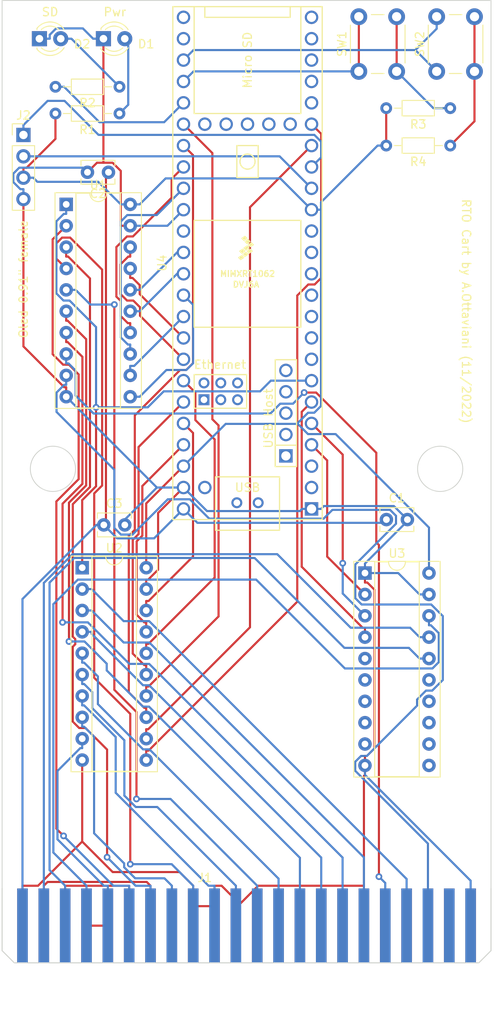
<source format=kicad_pcb>
(kicad_pcb (version 20211014) (generator pcbnew)
  (layers (0 "F.Cu" signal) (31 "B.Cu" signal) (34 "B.Paste" user) (35 "F.Paste" user) (36 "B.SilkS" user "B.Silkscreen") (37 "F.SilkS" user "F.Silkscreen") (38 "B.Mask" user) (39 "F.Mask" user) (44 "Edge.Cuts" user))
  (net 0 "")
  (net 1 "+5V")
  (net 2 "GND")
  (net 6 "d7'")
  (net 8 "d8'")
  (net 10 "d6'")
  (net 12 "d9'")
  (net 13 "d5'")
  (net 15 "d10'")
  (net 17 "d4'")
  (net 19 "d11'")
  (net 20 "d3'")
  (net 21 "d12'")
  (net 22 "d13'")
  (net 23 "d2'")
  (net 24 "d14'")
  (net 26 "d1'")
  (net 27 "Net-(J1-Pad32)")
  (net 28 "d0'")
  (net 29 "Net-(J1-Pad34)")
  (net 30 "d15'")
  (net 31 "Net-(J1-Pad36)")
  (net 32 "bdir'")
  (net 33 "bc2'")
  (net 34 "bc1'")
  (net 35 "DIR")
  (net 36 "D7")
  (net 37 "D6")
  (net 38 "D5")
  (net 39 "D4")
  (net 40 "D3")
  (net 41 "D2")
  (net 42 "D1")
  (net 43 "D0")
  (net 44 "D15")
  (net 46 "D14")
  (net 49 "D13")
  (net 50 "D12")
  (net 51 "D11")
  (net 52 "D10")
  (net 53 "D9")
  (net 54 "D8")
  (net 55 "BDIR")
  (net 56 "BC1")
  (net 57 "BC2")
  (net 58 "+3.3V")
  (net 68 "SDA")
  (net 69 "Net-(R4-Pad1)")
  (net 70 "SCL")
  (net 71 "Net-(R3-Pad1)")
  (net 106 "Net-(D1-Pad2)")
  (net 107 "Net-(D2-Pad2)")
  (net 108 "Status")
  (net 109 "BT1")
  (net 110 "BT2")
  (footprint "Resistor_THT:R_Axial_DIN0204_L3.6mm_D1.6mm_P7.62mm_Horizontal" (layer "F.Cu") (at 102.87 91.44 180)
    (fp_text reference "R1")
    (fp_text value "R220")
  )
  (footprint "Teensy:Teensy41" (layer "F.Cu") (at 118.11 109.22 90)
    (fp_text reference "U4")
    (fp_text value "Teensy4.1")
  )
  (footprint "LED_THT:LED_D3.0mm" (layer "F.Cu") (at 93.34 82.55)
    (fp_text reference "D2")
    (fp_text value "LED")
  )
  (footprint "Button_Switch_THT:SW_PUSH_6mm" (layer "F.Cu") (at 131.36 86.435 90)
    (fp_text reference "SW1")
    (fp_text value "SW_Push")
  )
  (footprint "Resistor_THT:R_Axial_DIN0204_L3.6mm_D1.6mm_P7.62mm_Horizontal" (layer "F.Cu") (at 142.24 90.805 180)
    (fp_text reference "R3")
    (fp_text value "1K")
  )
  (footprint "Button_Switch_THT:SW_PUSH_6mm" (layer "F.Cu") (at 140.625 86.435 90)
    (fp_text reference "SW2")
    (fp_text value "SW_Push")
  )
  (footprint "Connector_PinHeader_2.54mm:PinHeader_1x04_P2.54mm_Vertical" (layer "F.Cu") (at 91.44 93.99)
    (fp_text reference "J2")
    (fp_text value "Oled 0.91\" female")
  )
  (footprint "Resistor_THT:R_Axial_DIN0204_L3.6mm_D1.6mm_P7.62mm_Horizontal" (layer "F.Cu") (at 102.87 88.265 180)
    (fp_text reference "R2")
    (fp_text value "R220")
  )
  (footprint "Capacitor_THT:C_Disc_D3.8mm_W2.6mm_P2.50mm" (layer "F.Cu") (at 101.56 98.425 180)
    (fp_text reference "C2")
    (fp_text value "100nF")
  )
  (footprint "Capacitor_THT:C_Disc_D3.8mm_W2.6mm_P2.50mm" (layer "F.Cu") (at 101.005 140.335)
    (fp_text reference "C3")
    (fp_text value "100nF")
  )
  (footprint "Package_DIP:DIP-20_W7.62mm_Socket" (layer "F.Cu") (at 132.09 146.055)
    (fp_text reference "U3")
    (fp_text value "74LS245")
  )
  (footprint "Package_DIP:DIP-20_W7.62mm_Socket" (layer "F.Cu") (at 98.435 145.42)
    (fp_text reference "U2")
    (fp_text value "74LS245")
  )
  (footprint "Package_DIP:DIP-20_W7.62mm_Socket" (layer "F.Cu") (at 96.53 102.24)
    (fp_text reference "U1")
    (fp_text value "74LS245")
  )
  (footprint "Resistor_THT:R_Axial_DIN0204_L3.6mm_D1.6mm_P7.62mm_Horizontal" (layer "F.Cu") (at 142.24 95.25 180)
    (fp_text reference "R4")
    (fp_text value "1K")
  )
  (footprint "Capacitor_THT:C_Disc_D3.8mm_W2.6mm_P2.50mm" (layer "F.Cu") (at 134.64 139.7)
    (fp_text reference "C1")
    (fp_text value "100nF")
  )
  (footprint "Evan's misc parts:edge mounted 44 pin card edge connector (2x22 pin)" (layer "F.Cu") (at 88.9 183.54)
    (fp_text reference "J1")
    (fp_text value "2x22 card edge connector")
    (fp_line (start 0 7.39) (end 0 0) (layer "Edge.Cuts") (width 0.12))
    (fp_line (start 0 7.39) (end 1.45 8.84) (layer "Edge.Cuts") (width 0.12))
    (fp_line (start 56.7414 8.84) (end 1.45 8.84) (layer "Edge.Cuts") (width 0.12))
    (fp_line (start 58.1914 7.39) (end 58.1914 0) (layer "Edge.Cuts") (width 0.12))
    (fp_line (start 58.1914 7.39) (end 56.7414 8.84) (layer "Edge.Cuts") (width 0.12))
  )
  (footprint "LED_THT:LED_D3.0mm" (layer "F.Cu") (at 100.96 82.55)
    (fp_text reference "D1")
    (fp_text value "LED")
  )
  (gr_line (start 147.0914 183.54) (end 147.0914 78) (layer "Edge.Cuts") (width 0.1))
  (gr_circle (center 94.94866 133.67) (end 97.63696 133.67) (layer "Edge.Cuts") (width 0.1) (fill none))
  (gr_line (start 88.9 78) (end 147.0914 78) (layer "Edge.Cuts") (width 0.1))
  (gr_circle (center 141.04274 133.67) (end 143.73104 133.67) (layer "Edge.Cuts") (width 0.1) (fill none))
  (gr_line (start 88.9 183.54) (end 88.9 78) (layer "Edge.Cuts") (width 0.1))
  (gr_text "SD" (at 94.615 79.375) (layer "F.SilkS") (effects (font (size 1 1))))
  (gr_text "RTO Cart by A.Ottaviani (11/2022)" (at 144.145 114.935 270) (layer "F.SilkS") (effects (font (size 1 1))))
  (gr_text "Pwr" (at 102.326487 79.375) (layer "F.SilkS") (effects (font (size 1 1))))
  (segment (start 101.005 140.335) (end 101.2597 140.0803) (width 0.25) (layer "F.Cu") (net 1))
  (segment (start 101.2597 140.0803) (end 101.2597 98.7253) (width 0.25) (layer "F.Cu") (net 1))
  (segment (start 101.2597 98.7253) (end 101.56 98.425) (width 0.25) (layer "F.Cu") (net 1))
  (segment (start 100.1295 140.335) (end 91.3257 149.1388) (width 0.25) (layer "B.Cu") (net 1))
  (segment (start 106.9884 141.9316) (end 110.49 138.43) (width 0.25) (layer "B.Cu") (net 1))
  (segment (start 134.2558 140.0842) (end 134.64 139.7) (width 0.25) (layer "B.Cu") (net 1))
  (segment (start 102.6016 141.9316) (end 106.9884 141.9316) (width 0.25) (layer "B.Cu") (net 1))
  (segment (start 110.49 138.43) (end 112.1442 140.0842) (width 0.25) (layer "B.Cu") (net 1))
  (segment (start 101.005 140.335) (end 100.1295 140.335) (width 0.25) (layer "B.Cu") (net 1))
  (segment (start 91.3257 149.1388) (end 91.3257 187.96) (width 0.25) (layer "B.Cu") (net 1))
  (segment (start 112.1442 140.0842) (end 134.2558 140.0842) (width 0.25) (layer "B.Cu") (net 1))
  (segment (start 101.005 140.335) (end 102.6016 141.9316) (width 0.25) (layer "B.Cu") (net 1))
  (segment (start 111.6457 183.3274) (end 111.6457 183.2149) (width 0.25) (layer "F.Cu") (net 2))
  (segment (start 111.6457 185.6437) (end 114.1857 185.6437) (width 0.25) (layer "F.Cu") (net 2))
  (segment (start 132.09 168.915) (end 132.09 167.7899) (width 0.25) (layer "F.Cu") (net 2))
  (segment (start 131.9657 170.1644) (end 132.09 170.0401) (width 0.25) (layer "F.Cu") (net 2))
  (segment (start 107.4698 145.6532) (end 106.2881 146.8349) (width 0.25) (layer "F.Cu") (net 2))
  (segment (start 100.96 82.55) (end 100.96 83.7751) (width 0.25) (layer "F.Cu") (net 2))
  (segment (start 116.7257 187.96) (end 116.7257 187.3668) (width 0.25) (layer "F.Cu") (net 2))
  (segment (start 114.1857 187.96) (end 114.1857 185.6437) (width 0.25) (layer "F.Cu") (net 2))
  (segment (start 115.0258 183.2149) (end 114.1857 183.2149) (width 0.25) (layer "F.Cu") (net 2))
  (segment (start 131.9657 183.2149) (end 131.9657 170.1644) (width 0.25) (layer "F.Cu") (net 2))
  (segment (start 111.6457 183.2149) (end 110.0223 181.5915) (width 0.25) (layer "F.Cu") (net 2))
  (segment (start 132.3713 147.1801) (end 133.2313 148.0401) (width 0.25) (layer "F.Cu") (net 2))
  (segment (start 116.7257 186.7737) (end 116.7257 184.9148) (width 0.25) (layer "F.Cu") (net 2))
  (segment (start 96.2968 123.9749) (end 96.53 123.9749) (width 0.25) (layer "F.Cu") (net 2))
  (segment (start 133.2313 166.8817) (end 132.3231 167.7899) (width 0.25) (layer "F.Cu") (net 2))
  (segment (start 116.7257 184.9148) (end 115.0258 183.2149) (width 0.25) (layer "F.Cu") (net 2))
  (segment (start 91.3257 183.2149) (end 93.1825 183.2149) (width 0.25) (layer "F.Cu") (net 2))
  (segment (start 114.1857 185.6437) (end 114.1857 183.2149) (width 0.25) (layer "F.Cu") (net 2))
  (segment (start 110.49 135.89) (end 107.4698 138.9102) (width 0.25) (layer "F.Cu") (net 2))
  (segment (start 132.09 169.4775) (end 132.09 170.0401) (width 0.25) (layer "F.Cu") (net 2))
  (segment (start 132.3231 167.7899) (end 132.09 167.7899) (width 0.25) (layer "F.Cu") (net 2))
  (segment (start 91.44 119.1181) (end 96.2968 123.9749) (width 0.25) (layer "F.Cu") (net 2))
  (segment (start 111.6457 185.6437) (end 111.6457 183.3274) (width 0.25) (layer "F.Cu") (net 2))
  (segment (start 93.1825 183.2149) (end 98.435 177.9624) (width 0.25) (layer "F.Cu") (net 2))
  (segment (start 119.2657 187.96) (end 119.2657 183.3274) (width 0.25) (layer "F.Cu") (net 2))
  (segment (start 116.7257 187.3668) (end 116.7257 186.7737) (width 0.25) (layer "F.Cu") (net 2))
  (segment (start 102.0641 181.5915) (end 98.435 177.9624) (width 0.25) (layer "F.Cu") (net 2))
  (segment (start 132.09 169.4775) (end 132.09 168.915) (width 0.25) (layer "F.Cu") (net 2))
  (segment (start 103.0249 98.2609) (end 103.0249 104.78) (width 0.25) (layer "F.Cu") (net 2))
  (segment (start 107.4698 138.9102) (end 107.4698 145.6532) (width 0.25) (layer "F.Cu") (net 2))
  (segment (start 98.435 177.9624) (end 98.435 168.28) (width 0.25) (layer "F.Cu") (net 2))
  (segment (start 91.44 101.61) (end 91.44 119.1181) (width 0.25) (layer "F.Cu") (net 2))
  (segment (start 99.06 98.425) (end 100.1963 97.2887) (width 0.25) (layer "F.Cu") (net 2))
  (segment (start 116.7257 186.7737) (end 116.7257 185.8674) (width 0.25) (layer "F.Cu") (net 2))
  (segment (start 131.9657 183.3274) (end 131.9657 183.2149) (width 0.25) (layer "F.Cu") (net 2))
  (segment (start 121.8057 187.96) (end 121.8057 183.2149) (width 0.25) (layer "F.Cu") (net 2))
  (segment (start 133.2313 148.0401) (end 133.2313 166.8817) (width 0.25) (layer "F.Cu") (net 2))
  (segment (start 119.3782 183.2149) (end 121.8057 183.2149) (width 0.25) (layer "F.Cu") (net 2))
  (segment (start 116.7257 185.8674) (end 119.2657 183.3274) (width 0.25) (layer "F.Cu") (net 2))
  (segment (start 110.0223 181.5915) (end 102.0641 181.5915) (width 0.25) (layer "F.Cu") (net 2))
  (segment (start 106.2881 146.8349) (end 106.055 146.8349) (width 0.25) (layer "F.Cu") (net 2))
  (segment (start 102.0527 97.2887) (end 103.0249 98.2609) (width 0.25) (layer "F.Cu") (net 2))
  (segment (start 132.09 146.055) (end 132.09 147.1801) (width 0.25) (layer "F.Cu") (net 2))
  (segment (start 131.9657 187.96) (end 131.9657 183.3274) (width 0.25) (layer "F.Cu") (net 2))
  (segment (start 104.15 104.78) (end 103.0249 104.78) (width 0.25) (layer "F.Cu") (net 2))
  (segment (start 131.9657 183.2149) (end 121.8057 183.2149) (width 0.25) (layer "F.Cu") (net 2))
  (segment (start 100.96 97.2887) (end 102.0527 97.2887) (width 0.25) (layer "F.Cu") (net 2))
  (segment (start 91.3257 187.96) (end 91.3257 183.2149) (width 0.25) (layer "F.Cu") (net 2))
  (segment (start 100.1963 97.2887) (end 100.96 97.2887) (width 0.25) (layer "F.Cu") (net 2))
  (segment (start 100.96 97.2887) (end 100.96 83.7751) (width 0.25) (layer "F.Cu") (net 2))
  (segment (start 111.6457 187.96) (end 111.6457 185.6437) (width 0.25) (layer "F.Cu") (net 2))
  (segment (start 106.055 147.96) (end 106.055 146.8349) (width 0.25) (layer "F.Cu") (net 2))
  (segment (start 96.53 125.1) (end 96.53 123.9749) (width 0.25) (layer "F.Cu") (net 2))
  (segment (start 119.2657 183.3274) (end 119.3782 183.2149) (width 0.25) (layer "F.Cu") (net 2))
  (segment (start 132.09 147.1801) (end 132.3713 147.1801) (width 0.25) (layer "F.Cu") (net 2))
  (segment (start 137.14 139.7) (end 137.14 139.8799) (width 0.25) (layer "B.Cu") (net 2))
  (segment (start 108.58 104.78) (end 110.49 102.87) (width 0.25) (layer "B.Cu") (net 2))
  (segment (start 125.73 138.43) (end 124.6049 138.43) (width 0.25) (layer "B.Cu") (net 2))
  (segment (start 107.3199 135.8899) (end 103.505 139.7048) (width 0.25) (layer "B.Cu") (net 2))
  (segment (start 95.3307 81.3249) (end 94.5651 82.0905) (width 0.25) (layer "B.Cu") (net 2))
  (segment (start 96.53 125.1) (end 107.3199 135.8899) (width 0.25) (layer "B.Cu") (net 2))
  (segment (start 94.5651 82.0905) (end 94.5651 82.55) (width 0.25) (layer "B.Cu") (net 2))
  (segment (start 110.49 135.8899) (end 110.49 135.89) (width 0.25) (layer "B.Cu") (net 2))
  (segment (start 136.0449 146.055) (end 132.09 146.055) (width 0.25) (layer "B.Cu") (net 2))
  (segment (start 98.5098 81.3249) (end 95.3307 81.3249) (width 0.25) (layer "B.Cu") (net 2))
  (segment (start 137.14 139.8799) (end 132.09 144.9299) (width 0.25) (layer "B.Cu") (net 2))
  (segment (start 91.44 101.61) (end 91.44 100.4349) (width 0.25) (layer "B.Cu") (net 2))
  (segment (start 99.7349 82.55) (end 98.5098 81.3249) (width 0.25) (layer "B.Cu") (net 2))
  (segment (start 132.09 146.055) (end 132.09 144.9299) (width 0.25) (layer "B.Cu") (net 2))
  (segment (start 91.0747 100.4349) (end 91.44 100.4349) (width 0.25) (layer "B.Cu") (net 2))
  (segment (start 144.6657 187.96) (end 144.6657 182.6158) (width 0.25) (layer "B.Cu") (net 2))
  (segment (start 99.06 98.425) (end 98.5131 97.8781) (width 0.25) (layer "B.Cu") (net 2))
  (segment (start 135.5324 138.0924) (end 127.1927 138.0924) (width 0.25) (layer "B.Cu") (net 2))
  (segment (start 107.3199 135.8899) (end 110.49 135.8899) (width 0.25) (layer "B.Cu") (net 2))
  (segment (start 104.15 104.78) (end 108.58 104.78) (width 0.25) (layer "B.Cu") (net 2))
  (segment (start 137.14 139.7) (end 135.5324 138.0924) (width 0.25) (layer "B.Cu") (net 2))
  (segment (start 103.505 139.7048) (end 103.505 140.335) (width 0.25) (layer "B.Cu") (net 2))
  (segment (start 144.6657 182.6158) (end 132.09 170.0401) (width 0.25) (layer "B.Cu") (net 2))
  (segment (start 100.96 82.55) (end 99.7349 82.55) (width 0.25) (layer "B.Cu") (net 2))
  (segment (start 125.73 138.43) (end 126.8551 138.43) (width 0.25) (layer "B.Cu") (net 2))
  (segment (start 93.34 82.55) (end 94.5651 82.55) (width 0.25) (layer "B.Cu") (net 2))
  (segment (start 127.1927 138.0924) (end 126.8551 138.43) (width 0.25) (layer "B.Cu") (net 2))
  (segment (start 90.2376 98.5819) (end 90.2376 99.5978) (width 0.25) (layer "B.Cu") (net 2))
  (segment (start 138.5849 148.595) (end 136.0449 146.055) (width 0.25) (layer "B.Cu") (net 2))
  (segment (start 110.49 135.89) (end 113.2874 138.6874) (width 0.25) (layer "B.Cu") (net 2))
  (segment (start 124.3475 138.6874) (end 124.6049 138.43) (width 0.25) (layer "B.Cu") (net 2))
  (segment (start 90.9414 97.8781) (end 90.2376 98.5819) (width 0.25) (layer "B.Cu") (net 2))
  (segment (start 132.09 168.915) (end 132.09 170.0401) (width 0.25) (layer "B.Cu") (net 2))
  (segment (start 139.71 148.595) (end 138.5849 148.595) (width 0.25) (layer "B.Cu") (net 2))
  (segment (start 113.2874 138.6874) (end 124.3475 138.6874) (width 0.25) (layer "B.Cu") (net 2))
  (segment (start 90.2376 99.5978) (end 91.0747 100.4349) (width 0.25) (layer "B.Cu") (net 2))
  (segment (start 98.5131 97.8781) (end 90.9414 97.8781) (width 0.25) (layer "B.Cu") (net 2))
  (segment (start 96.53 122.56) (end 96.53 123.6851) (width 0.25) (layer "B.Cu") (net 6))
  (segment (start 95.3805 124.6014) (end 96.2968 123.6851) (width 0.25) (layer "B.Cu") (net 6))
  (segment (start 130.9402 149.0415) (end 130.9402 145.0381) (width 0.25) (layer "B.Cu") (net 6))
  (segment (start 140.0942 160.025) (end 141.3549 158.7643) (width 0.25) (layer "B.Cu") (net 6))
  (segment (start 135.0752 138.5425) (end 128.2152 138.5425) (width 0.25) (layer "B.Cu") (net 6))
  (segment (start 135.7843 140.194) (end 135.7843 139.2516) (width 0.25) (layer "B.Cu") (net 6))
  (segment (start 141.3549 151.167) (end 139.979 149.7911) (width 0.25) (layer "B.Cu") (net 6))
  (segment (start 138.2913 161.0868) (end 139.3531 160.025) (width 0.25) (layer "B.Cu") (net 6))
  (segment (start 139.5857 187.96) (end 139.5857 178.2106) (width 0.25) (layer "B.Cu") (net 6))
  (segment (start 103.0442 141.4815) (end 102.255 140.6923) (width 0.25) (layer "B.Cu") (net 6))
  (segment (start 108.6175 137.2906) (end 104.4266 141.4815) (width 0.25) (layer "B.Cu") (net 6))
  (segment (start 139.979 149.7911) (end 131.6898 149.7911) (width 0.25) (layer "B.Cu") (net 6))
  (segment (start 130.9323 168.4813) (end 131.6238 167.7898) (width 0.25) (layer "B.Cu") (net 6))
  (segment (start 139.3531 160.025) (end 140.0942 160.025) (width 0.25) (layer "B.Cu") (net 6))
  (segment (start 130.9402 145.0381) (end 135.7843 140.194) (width 0.25) (layer "B.Cu") (net 6))
  (segment (start 104.4266 141.4815) (end 103.0442 141.4815) (width 0.25) (layer "B.Cu") (net 6))
  (segment (start 96.2968 123.6851) (end 96.53 123.6851) (width 0.25) (layer "B.Cu") (net 6))
  (segment (start 102.255 133.7781) (end 95.3805 126.9036) (width 0.25) (layer "B.Cu") (net 6))
  (segment (start 127.1702 139.5875) (end 113.5508 139.5875) (width 0.25) (layer "B.Cu") (net 6))
  (segment (start 131.6238 167.7898) (end 132.3176 167.7898) (width 0.25) (layer "B.Cu") (net 6))
  (segment (start 139.5857 178.2106) (end 130.9323 169.5572) (width 0.25) (layer "B.Cu") (net 6))
  (segment (start 113.5508 139.5875) (end 111.2539 137.2906) (width 0.25) (layer "B.Cu") (net 6))
  (segment (start 111.2539 137.2906) (end 108.6175 137.2906) (width 0.25) (layer "B.Cu") (net 6))
  (segment (start 135.7843 139.2516) (end 135.0752 138.5425) (width 0.25) (layer "B.Cu") (net 6))
  (segment (start 131.6898 149.7911) (end 130.9402 149.0415) (width 0.25) (layer "B.Cu") (net 6))
  (segment (start 130.9323 169.5572) (end 130.9323 168.4813) (width 0.25) (layer "B.Cu") (net 6))
  (segment (start 128.2152 138.5425) (end 127.1702 139.5875) (width 0.25) (layer "B.Cu") (net 6))
  (segment (start 132.3176 167.7898) (end 138.2913 161.8161) (width 0.25) (layer "B.Cu") (net 6))
  (segment (start 102.255 140.6923) (end 102.255 133.7781) (width 0.25) (layer "B.Cu") (net 6))
  (segment (start 95.3805 126.9036) (end 95.3805 124.6014) (width 0.25) (layer "B.Cu") (net 6))
  (segment (start 141.3549 158.7643) (end 141.3549 151.167) (width 0.25) (layer "B.Cu") (net 6))
  (segment (start 138.2913 161.8161) (end 138.2913 161.0868) (width 0.25) (layer "B.Cu") (net 6))
  (segment (start 137.0457 182.4089) (end 106.4068 151.77) (width 0.25) (layer "B.Cu") (net 8))
  (segment (start 137.0457 187.96) (end 137.0457 182.4089) (width 0.25) (layer "B.Cu") (net 8))
  (segment (start 103.3701 151.77) (end 99.5601 147.96) (width 0.25) (layer "B.Cu") (net 8))
  (segment (start 98.435 147.96) (end 99.5601 147.96) (width 0.25) (layer "B.Cu") (net 8))
  (segment (start 106.4068 151.77) (end 103.3701 151.77) (width 0.25) (layer "B.Cu") (net 8))
  (segment (start 133.7503 142.7178) (end 133.7503 182.1352) (width 0.25) (layer "F.Cu") (net 10))
  (segment (start 133.4401 131.7615) (end 133.4401 142.4076) (width 0.25) (layer "F.Cu") (net 10))
  (segment (start 126.2816 124.603) (end 133.4401 131.7615) (width 0.25) (layer "F.Cu") (net 10))
  (segment (start 124.853 124.603) (end 126.2816 124.603) (width 0.25) (layer "F.Cu") (net 10))
  (segment (start 133.4401 142.4076) (end 133.7503 142.7178) (width 0.25) (layer "F.Cu") (net 10))
  (via (at 133.7503 182.1352) (size 0.8) (drill 0.4) (layers "F.Cu" "B.Cu") (net 10))
  (via (at 124.853 124.603) (size 0.8) (drill 0.4) (layers "F.Cu" "B.Cu") (net 10))
  (segment (start 134.5057 182.8906) (end 134.5057 187.96) (width 0.25) (layer "B.Cu") (net 10))
  (segment (start 96.8114 121.1451) (end 97.6551 121.9888) (width 0.25) (layer "B.Cu") (net 10))
  (segment (start 97.6551 124.9677) (end 99.7816 127.0942) (width 0.25) (layer "B.Cu") (net 10))
  (segment (start 96.53 121.1451) (end 96.8114 121.1451) (width 0.25) (layer "B.Cu") (net 10))
  (segment (start 120.8358 127.0942) (end 122.0044 125.9256) (width 0.25) (layer "B.Cu") (net 10))
  (segment (start 99.7816 127.0942) (end 120.8358 127.0942) (width 0.25) (layer "B.Cu") (net 10))
  (segment (start 96.53 120.02) (end 96.53 121.1451) (width 0.25) (layer "B.Cu") (net 10))
  (segment (start 123.5304 125.9256) (end 124.853 124.603) (width 0.25) (layer "B.Cu") (net 10))
  (segment (start 97.6551 121.9888) (end 97.6551 124.9677) (width 0.25) (layer "B.Cu") (net 10))
  (segment (start 133.7503 182.1352) (end 134.5057 182.8906) (width 0.25) (layer "B.Cu") (net 10))
  (segment (start 122.0044 125.9256) (end 123.5304 125.9256) (width 0.25) (layer "B.Cu") (net 10))
  (segment (start 98.435 150.5) (end 99.5601 150.5) (width 0.25) (layer "B.Cu") (net 12))
  (segment (start 131.9657 179.8511) (end 131.9657 187.96) (width 0.25) (layer "B.Cu") (net 12))
  (segment (start 99.5601 150.5) (end 103.3701 154.31) (width 0.25) (layer "B.Cu") (net 12))
  (segment (start 103.3701 154.31) (end 106.4246 154.31) (width 0.25) (layer "B.Cu") (net 12))
  (segment (start 106.4246 154.31) (end 131.9657 179.8511) (width 0.25) (layer "B.Cu") (net 12))
  (segment (start 98.4591 120.3578) (end 96.7064 118.6051) (width 0.25) (layer "F.Cu") (net 13))
  (segment (start 96.0964 151.9148) (end 96.0964 137.8157) (width 0.25) (layer "F.Cu") (net 13))
  (segment (start 96.0964 137.8157) (end 98.4591 135.453) (width 0.25) (layer "F.Cu") (net 13))
  (segment (start 98.4591 135.453) (end 98.4591 120.3578) (width 0.25) (layer "F.Cu") (net 13))
  (segment (start 96.7064 118.6051) (end 96.53 118.6051) (width 0.25) (layer "F.Cu") (net 13))
  (segment (start 96.53 117.48) (end 96.53 118.6051) (width 0.25) (layer "F.Cu") (net 13))
  (via (at 96.0964 151.9148) (size 0.8) (drill 0.4) (layers "F.Cu" "B.Cu") (net 13))
  (segment (start 129.4257 179.8695) (end 129.4257 187.96) (width 0.25) (layer "B.Cu") (net 13))
  (segment (start 106.4062 156.85) (end 129.4257 179.8695) (width 0.25) (layer "B.Cu") (net 13))
  (segment (start 99.1098 151.9148) (end 104.045 156.85) (width 0.25) (layer "B.Cu") (net 13))
  (segment (start 104.045 156.85) (end 106.4062 156.85) (width 0.25) (layer "B.Cu") (net 13))
  (segment (start 96.0964 151.9148) (end 99.1098 151.9148) (width 0.25) (layer "B.Cu") (net 13))
  (segment (start 99.5601 153.2732) (end 105.6769 159.39) (width 0.25) (layer "B.Cu") (net 15))
  (segment (start 105.6769 159.39) (end 106.4036 159.39) (width 0.25) (layer "B.Cu") (net 15))
  (segment (start 99.5601 153.04) (end 99.5601 153.2732) (width 0.25) (layer "B.Cu") (net 15))
  (segment (start 106.4036 159.39) (end 126.8857 179.8721) (width 0.25) (layer "B.Cu") (net 15))
  (segment (start 126.8857 179.8721) (end 126.8857 187.96) (width 0.25) (layer "B.Cu") (net 15))
  (segment (start 98.435 153.04) (end 99.5601 153.04) (width 0.25) (layer "B.Cu") (net 15))
  (segment (start 98.9092 118.2679) (end 96.7064 116.0651) (width 0.25) (layer "F.Cu") (net 17))
  (segment (start 96.7064 116.0651) (end 96.53 116.0651) (width 0.25) (layer "F.Cu") (net 17))
  (segment (start 96.8596 137.6891) (end 98.9092 135.6395) (width 0.25) (layer "F.Cu") (net 17))
  (segment (start 96.53 114.94) (end 96.53 116.0651) (width 0.25) (layer "F.Cu") (net 17))
  (segment (start 98.9092 135.6395) (end 98.9092 118.2679) (width 0.25) (layer "F.Cu") (net 17))
  (segment (start 96.8596 154.1864) (end 96.8596 137.6891) (width 0.25) (layer "F.Cu") (net 17))
  (via (at 96.8596 154.1864) (size 0.8) (drill 0.4) (layers "F.Cu" "B.Cu") (net 17))
  (segment (start 101.3501 157.624) (end 105.6561 161.93) (width 0.25) (layer "B.Cu") (net 17))
  (segment (start 98.7096 154.1864) (end 101.3501 156.8269) (width 0.25) (layer "B.Cu") (net 17))
  (segment (start 124.3457 179.8933) (end 124.3457 187.96) (width 0.25) (layer "B.Cu") (net 17))
  (segment (start 105.6561 161.93) (end 106.3824 161.93) (width 0.25) (layer "B.Cu") (net 17))
  (segment (start 101.3501 156.8269) (end 101.3501 157.624) (width 0.25) (layer "B.Cu") (net 17))
  (segment (start 96.8596 154.1864) (end 98.7096 154.1864) (width 0.25) (layer "B.Cu") (net 17))
  (segment (start 106.3824 161.93) (end 124.3457 179.8933) (width 0.25) (layer "B.Cu") (net 17))
  (segment (start 100.2999 161.6242) (end 100.2999 158.3369) (width 0.25) (layer "B.Cu") (net 19))
  (segment (start 98.6681 156.7051) (end 98.435 156.7051) (width 0.25) (layer "B.Cu") (net 19))
  (segment (start 121.8057 187.96) (end 121.8057 182.3741) (width 0.25) (layer "B.Cu") (net 19))
  (segment (start 98.435 155.58) (end 98.435 156.7051) (width 0.25) (layer "B.Cu") (net 19))
  (segment (start 100.2999 158.3369) (end 98.6681 156.7051) (width 0.25) (layer "B.Cu") (net 19))
  (segment (start 106.4416 167.01) (end 105.6857 167.01) (width 0.25) (layer "B.Cu") (net 19))
  (segment (start 105.6857 167.01) (end 100.2999 161.6242) (width 0.25) (layer "B.Cu") (net 19))
  (segment (start 121.8057 182.3741) (end 106.4416 167.01) (width 0.25) (layer "B.Cu") (net 19))
  (segment (start 102.2604 159.9323) (end 102.2604 114.1438) (width 0.25) (layer "F.Cu") (net 20))
  (segment (start 104.8938 162.5657) (end 102.2604 159.9323) (width 0.25) (layer "F.Cu") (net 20))
  (segment (start 104.8938 172.9013) (end 104.8938 162.5657) (width 0.25) (layer "F.Cu") (net 20))
  (via (at 102.2604 114.1438) (size 0.8) (drill 0.4) (layers "F.Cu" "B.Cu") (net 20))
  (via (at 104.8938 172.9013) (size 0.8) (drill 0.4) (layers "F.Cu" "B.Cu") (net 20))
  (segment (start 96.53 112.4) (end 97.6551 112.4) (width 0.25) (layer "B.Cu") (net 20))
  (segment (start 108.9521 172.9013) (end 104.8938 172.9013) (width 0.25) (layer "B.Cu") (net 20))
  (segment (start 119.2657 183.2149) (end 108.9521 172.9013) (width 0.25) (layer "B.Cu") (net 20))
  (segment (start 99.3989 114.1438) (end 102.2604 114.1438) (width 0.25) (layer "B.Cu") (net 20))
  (segment (start 119.2657 187.96) (end 119.2657 183.2149) (width 0.25) (layer "B.Cu") (net 20))
  (segment (start 97.6551 112.4) (end 99.3989 114.1438) (width 0.25) (layer "B.Cu") (net 20))
  (segment (start 104.8099 173.8583) (end 103.4532 172.5016) (width 0.25) (layer "B.Cu") (net 21))
  (segment (start 99.6248 160.2018) (end 98.6681 159.2451) (width 0.25) (layer "B.Cu") (net 21))
  (segment (start 99.6248 162.105) (end 99.6248 160.2018) (width 0.25) (layer "B.Cu") (net 21))
  (segment (start 98.435 158.12) (end 98.435 159.2451) (width 0.25) (layer "B.Cu") (net 21))
  (segment (start 98.6681 159.2451) (end 98.435 159.2451) (width 0.25) (layer "B.Cu") (net 21))
  (segment (start 107.3691 173.8583) (end 104.8099 173.8583) (width 0.25) (layer "B.Cu") (net 21))
  (segment (start 103.4532 172.5016) (end 103.4532 165.9334) (width 0.25) (layer "B.Cu") (net 21))
  (segment (start 103.4532 165.9334) (end 99.6248 162.105) (width 0.25) (layer "B.Cu") (net 21))
  (segment (start 116.7257 187.96) (end 116.7257 183.2149) (width 0.25) (layer "B.Cu") (net 21))
  (segment (start 116.7257 183.2149) (end 107.3691 173.8583) (width 0.25) (layer "B.Cu") (net 21))
  (segment (start 114.1857 187.96) (end 114.1857 183.2149) (width 0.25) (layer "B.Cu") (net 22))
  (segment (start 98.435 161.7851) (end 98.6681 161.7851) (width 0.25) (layer "B.Cu") (net 22))
  (segment (start 98.435 160.66) (end 98.435 161.7851) (width 0.25) (layer "B.Cu") (net 22))
  (segment (start 102.4195 165.5365) (end 102.4195 172.1652) (width 0.25) (layer "B.Cu") (net 22))
  (segment (start 102.4195 172.1652) (end 113.4692 183.2149) (width 0.25) (layer "B.Cu") (net 22))
  (segment (start 113.4692 183.2149) (end 114.1857 183.2149) (width 0.25) (layer "B.Cu") (net 22))
  (segment (start 98.6681 161.7851) (end 102.4195 165.5365) (width 0.25) (layer "B.Cu") (net 22))
  (segment (start 96.0424 106.1883) (end 95.3667 106.864) (width 0.25) (layer "F.Cu") (net 23))
  (segment (start 95.3667 106.864) (end 95.3667 108.6967) (width 0.25) (layer "F.Cu") (net 23))
  (segment (start 99.8669 158.5072) (end 99.8669 136.5916) (width 0.25) (layer "F.Cu") (net 23))
  (segment (start 96.9993 106.1883) (end 96.0424 106.1883) (width 0.25) (layer "F.Cu") (net 23))
  (segment (start 104.1556 162.7959) (end 99.8669 158.5072) (width 0.25) (layer "F.Cu") (net 23))
  (segment (start 100.8096 109.9986) (end 96.9993 106.1883) (width 0.25) (layer "F.Cu") (net 23))
  (segment (start 99.8669 136.5916) (end 100.8096 135.6489) (width 0.25) (layer "F.Cu") (net 23))
  (segment (start 100.8096 135.6489) (end 100.8096 109.9986) (width 0.25) (layer "F.Cu") (net 23))
  (segment (start 104.1556 180.6535) (end 104.1556 162.7959) (width 0.25) (layer "F.Cu") (net 23))
  (segment (start 95.3667 108.6967) (end 96.53 109.86) (width 0.25) (layer "F.Cu") (net 23))
  (via (at 104.1556 180.6535) (size 0.8) (drill 0.4) (layers "F.Cu" "B.Cu") (net 23))
  (segment (start 109.0843 180.6535) (end 104.1556 180.6535) (width 0.25) (layer "B.Cu") (net 23))
  (segment (start 111.6457 187.96) (end 111.6457 183.2149) (width 0.25) (layer "B.Cu") (net 23))
  (segment (start 111.6457 183.2149) (end 109.0843 180.6535) (width 0.25) (layer "B.Cu") (net 23))
  (segment (start 108.2252 182.3344) (end 104.7436 182.3344) (width 0.25) (layer "B.Cu") (net 24))
  (segment (start 109.1057 187.96) (end 109.1057 183.2149) (width 0.25) (layer "B.Cu") (net 24))
  (segment (start 103.4304 181.0212) (end 103.4304 180.5606) (width 0.25) (layer "B.Cu") (net 24))
  (segment (start 104.7436 182.3344) (end 103.4304 181.0212) (width 0.25) (layer "B.Cu") (net 24))
  (segment (start 99.8498 176.98) (end 99.8498 165.5068) (width 0.25) (layer "B.Cu") (net 24))
  (segment (start 98.435 163.2) (end 98.435 164.3251) (width 0.25) (layer "B.Cu") (net 24))
  (segment (start 103.4304 180.5606) (end 99.8498 176.98) (width 0.25) (layer "B.Cu") (net 24))
  (segment (start 109.1057 183.2149) (end 108.2252 182.3344) (width 0.25) (layer "B.Cu") (net 24))
  (segment (start 99.8498 165.5068) (end 98.6681 164.3251) (width 0.25) (layer "B.Cu") (net 24))
  (segment (start 98.6681 164.3251) (end 98.435 164.3251) (width 0.25) (layer "B.Cu") (net 24))
  (segment (start 97.6103 154.5124) (end 97.6103 153.9116) (width 0.25) (layer "F.Cu") (net 26))
  (segment (start 101.3982 167.036) (end 98.8322 164.47) (width 0.25) (layer "F.Cu") (net 26))
  (segment (start 97.3098 154.8129) (end 97.6103 154.5124) (width 0.25) (layer "F.Cu") (net 26))
  (segment (start 96.53 107.32) (end 96.53 108.4451) (width 0.25) (layer "F.Cu") (net 26))
  (segment (start 99.3593 135.826) (end 99.3593 111.0413) (width 0.25) (layer "F.Cu") (net 26))
  (segment (start 101.3982 179.8247) (end 101.3982 167.036) (width 0.25) (layer "F.Cu") (net 26))
  (segment (start 98.8322 164.47) (end 98.0709 164.47) (width 0.25) (layer "F.Cu") (net 26))
  (segment (start 97.3098 163.7089) (end 97.3098 154.8129) (width 0.25) (layer "F.Cu") (net 26))
  (segment (start 97.3098 153.6111) (end 97.3098 137.8755) (width 0.25) (layer "F.Cu") (net 26))
  (segment (start 97.3098 137.8755) (end 99.3593 135.826) (width 0.25) (layer "F.Cu") (net 26))
  (segment (start 99.3593 111.0413) (end 96.7631 108.4451) (width 0.25) (layer "F.Cu") (net 26))
  (segment (start 98.0709 164.47) (end 97.3098 163.7089) (width 0.25) (layer "F.Cu") (net 26))
  (segment (start 97.6103 153.9116) (end 97.3098 153.6111) (width 0.25) (layer "F.Cu") (net 26))
  (segment (start 96.7631 108.4451) (end 96.53 108.4451) (width 0.25) (layer "F.Cu") (net 26))
  (via (at 101.3982 179.8247) (size 0.8) (drill 0.4) (layers "F.Cu" "B.Cu") (net 26))
  (segment (start 106.5657 183.2149) (end 104.7884 183.2149) (width 0.25) (layer "B.Cu") (net 26))
  (segment (start 106.5657 187.96) (end 106.5657 183.2149) (width 0.25) (layer "B.Cu") (net 26))
  (segment (start 104.7884 183.2149) (end 101.3982 179.8247) (width 0.25) (layer "B.Cu") (net 26))
  (segment (start 93.8657 183.2149) (end 94.3158 182.7648) (width 0.25) (layer "F.Cu") (net 27))
  (segment (start 93.8657 187.96) (end 93.8657 183.2149) (width 0.25) (layer "F.Cu") (net 27))
  (segment (start 106.1156 182.7648) (end 106.5657 183.2149) (width 0.25) (layer "F.Cu") (net 27))
  (segment (start 106.5657 187.96) (end 106.5657 183.2149) (width 0.25) (layer "F.Cu") (net 27))
  (segment (start 94.3158 182.7648) (end 106.1156 182.7648) (width 0.25) (layer "F.Cu") (net 27))
  (segment (start 95.3586 176.4322) (end 96.2171 177.2907) (width 0.25) (layer "F.Cu") (net 28))
  (segment (start 94.9165 120.0455) (end 96.1607 121.2897) (width 0.25) (layer "F.Cu") (net 28))
  (segment (start 98.009 134.8984) (end 95.3586 137.5488) (width 0.25) (layer "F.Cu") (net 28))
  (segment (start 94.9165 106.3935) (end 94.9165 120.0455) (width 0.25) (layer "F.Cu") (net 28))
  (segment (start 98.009 122.4448) (end 98.009 134.8984) (width 0.25) (layer "F.Cu") (net 28))
  (segment (start 96.53 104.78) (end 94.9165 106.3935) (width 0.25) (layer "F.Cu") (net 28))
  (segment (start 96.1607 121.2897) (end 96.8539 121.2897) (width 0.25) (layer "F.Cu") (net 28))
  (segment (start 95.3586 137.5488) (end 95.3586 176.4322) (width 0.25) (layer "F.Cu") (net 28))
  (segment (start 96.8539 121.2897) (end 98.009 122.4448) (width 0.25) (layer "F.Cu") (net 28))
  (via (at 96.2171 177.2907) (size 0.8) (drill 0.4) (layers "F.Cu" "B.Cu") (net 28))
  (segment (start 104.0257 187.96) (end 104.0257 183.2149) (width 0.25) (layer "B.Cu") (net 28))
  (segment (start 102.1413 183.2149) (end 96.2171 177.2907) (width 0.25) (layer "B.Cu") (net 28))
  (segment (start 104.0257 183.2149) (end 102.1413 183.2149) (width 0.25) (layer "B.Cu") (net 28))
  (segment (start 104.0257 187.96) (end 104.0257 183.2149) (width 0.25) (layer "F.Cu") (net 29))
  (segment (start 96.4057 187.96) (end 96.4057 183.2149) (width 0.25) (layer "F.Cu") (net 29))
  (segment (start 96.4057 183.2149) (end 104.0257 183.2149) (width 0.25) (layer "F.Cu") (net 29))
  (segment (start 101.0057 183.2149) (end 95.4919 177.7011) (width 0.25) (layer "B.Cu") (net 30))
  (segment (start 101.4857 187.96) (end 101.4857 183.2149) (width 0.25) (layer "B.Cu") (net 30))
  (segment (start 98.435 165.74) (end 98.435 166.8651) (width 0.25) (layer "B.Cu") (net 30))
  (segment (start 95.4919 169.575) (end 98.2018 166.8651) (width 0.25) (layer "B.Cu") (net 30))
  (segment (start 95.4919 177.7011) (end 95.4919 169.575) (width 0.25) (layer "B.Cu") (net 30))
  (segment (start 101.4857 183.2149) (end 101.0057 183.2149) (width 0.25) (layer "B.Cu") (net 30))
  (segment (start 98.2018 166.8651) (end 98.435 166.8651) (width 0.25) (layer "B.Cu") (net 30))
  (segment (start 98.9457 187.96) (end 101.4857 187.96) (width 0.25) (layer "F.Cu") (net 31))
  (segment (start 140.1238 157.3937) (end 140.8745 156.643) (width 0.25) (layer "B.Cu") (net 32))
  (segment (start 139.9431 152.2601) (end 139.71 152.2601) (width 0.25) (layer "B.Cu") (net 32))
  (segment (start 139.71 151.135) (end 139.71 152.2601) (width 0.25) (layer "B.Cu") (net 32))
  (segment (start 97.9176 146.8341) (end 119.138 146.8341) (width 0.25) (layer "B.Cu") (net 32))
  (segment (start 129.6976 157.3937) (end 140.1238 157.3937) (width 0.25) (layer "B.Cu") (net 32))
  (segment (start 98.9457 183.2149) (end 95.0033 179.2725) (width 0.25) (layer "B.Cu") (net 32))
  (segment (start 95.0033 149.7484) (end 97.9176 146.8341) (width 0.25) (layer "B.Cu") (net 32))
  (segment (start 140.8745 156.643) (end 140.8745 153.1915) (width 0.25) (layer "B.Cu") (net 32))
  (segment (start 98.9457 187.96) (end 98.9457 183.2149) (width 0.25) (layer "B.Cu") (net 32))
  (segment (start 140.8745 153.1915) (end 139.9431 152.2601) (width 0.25) (layer "B.Cu") (net 32))
  (segment (start 95.0033 179.2725) (end 95.0033 149.7484) (width 0.25) (layer "B.Cu") (net 32))
  (segment (start 119.138 146.8341) (end 129.6976 157.3937) (width 0.25) (layer "B.Cu") (net 32))
  (segment (start 94.5489 181.3581) (end 94.5489 147.1888) (width 0.25) (layer "B.Cu") (net 33))
  (segment (start 137.3149 154.945) (end 138.5849 156.215) (width 0.25) (layer "B.Cu") (net 33))
  (segment (start 139.71 156.215) (end 138.5849 156.215) (width 0.25) (layer "B.Cu") (net 33))
  (segment (start 96.4057 187.96) (end 96.4057 183.2149) (width 0.25) (layer "B.Cu") (net 33))
  (segment (start 97.474 144.2637) (end 118.9591 144.2637) (width 0.25) (layer "B.Cu") (net 33))
  (segment (start 129.6404 154.945) (end 137.3149 154.945) (width 0.25) (layer "B.Cu") (net 33))
  (segment (start 96.4057 183.2149) (end 94.5489 181.3581) (width 0.25) (layer "B.Cu") (net 33))
  (segment (start 118.9591 144.2637) (end 129.6404 154.945) (width 0.25) (layer "B.Cu") (net 33))
  (segment (start 94.5489 147.1888) (end 97.474 144.2637) (width 0.25) (layer "B.Cu") (net 33))
  (segment (start 139.71 153.675) (end 138.5849 153.675) (width 0.25) (layer "B.Cu") (net 34))
  (segment (start 137.4598 152.5499) (end 130.3883 152.5499) (width 0.25) (layer "B.Cu") (net 34))
  (segment (start 130.3883 152.5499) (end 121.652 143.8136) (width 0.25) (layer "B.Cu") (net 34))
  (segment (start 121.652 143.8136) (end 97.2875 143.8136) (width 0.25) (layer "B.Cu") (net 34))
  (segment (start 97.2875 143.8136) (end 93.8657 147.2354) (width 0.25) (layer "B.Cu") (net 34))
  (segment (start 93.8657 147.2354) (end 93.8657 183.2149) (width 0.25) (layer "B.Cu") (net 34))
  (segment (start 93.8657 187.96) (end 93.8657 183.2149) (width 0.25) (layer "B.Cu") (net 34))
  (segment (start 138.5849 153.675) (end 137.4598 152.5499) (width 0.25) (layer "B.Cu") (net 34))
  (segment (start 98.435 137.3869) (end 100.0845 135.7374) (width 0.25) (layer "F.Cu") (net 35))
  (segment (start 100.0845 135.7374) (end 100.0845 126.3594) (width 0.25) (layer "F.Cu") (net 35))
  (segment (start 98.435 145.42) (end 98.435 144.2949) (width 0.25) (layer "F.Cu") (net 35))
  (segment (start 98.435 144.2949) (end 98.435 137.3869) (width 0.25) (layer "F.Cu") (net 35))
  (via (at 100.0845 126.3594) (size 0.8) (drill 0.4) (layers "F.Cu" "B.Cu") (net 35))
  (segment (start 95.3619 104.2519) (end 95.3619 112.8236) (width 0.25) (layer "B.Cu") (net 35))
  (segment (start 96.2083 113.67) (end 96.9317 113.67) (width 0.25) (layer "B.Cu") (net 35))
  (segment (start 96.53 103.3651) (end 96.2487 103.3651) (width 0.25) (layer "B.Cu") (net 35))
  (segment (start 106.2357 126.3594) (end 100.0845 126.3594) (width 0.25) (layer "B.Cu") (net 35))
  (segment (start 125.73 123.19) (end 120.8843 123.19) (width 0.25) (layer "B.Cu") (net 35))
  (segment (start 108.1351 124.46) (end 106.2357 126.3594) (width 0.25) (layer "B.Cu") (net 35))
  (segment (start 96.9317 113.67) (end 100.0845 116.8228) (width 0.25) (layer "B.Cu") (net 35))
  (segment (start 95.3619 112.8236) (end 96.2083 113.67) (width 0.25) (layer "B.Cu") (net 35))
  (segment (start 96.2487 103.3651) (end 95.3619 104.2519) (width 0.25) (layer "B.Cu") (net 35))
  (segment (start 96.53 102.24) (end 96.53 103.3651) (width 0.25) (layer "B.Cu") (net 35))
  (segment (start 120.8843 123.19) (end 119.6143 124.46) (width 0.25) (layer "B.Cu") (net 35))
  (segment (start 100.0845 116.8228) (end 100.0845 126.3594) (width 0.25) (layer "B.Cu") (net 35))
  (segment (start 119.6143 124.46) (end 108.1351 124.46) (width 0.25) (layer "B.Cu") (net 35))
  (segment (start 104.15 125.1) (end 105.2751 125.1) (width 0.25) (layer "B.Cu") (net 36))
  (segment (start 111.6369 114.1769) (end 110.49 113.03) (width 0.25) (layer "B.Cu") (net 36))
  (segment (start 111.6369 121.1165) (end 111.6369 114.1769) (width 0.25) (layer "B.Cu") (net 36))
  (segment (start 110.8334 121.92) (end 111.6369 121.1165) (width 0.25) (layer "B.Cu") (net 36))
  (segment (start 108.4551 121.92) (end 110.8334 121.92) (width 0.25) (layer "B.Cu") (net 36))
  (segment (start 105.2751 125.1) (end 108.4551 121.92) (width 0.25) (layer "B.Cu") (net 36))
  (segment (start 104.15 121.4349) (end 104.6251 121.4349) (width 0.25) (layer "B.Cu") (net 37))
  (segment (start 104.6251 121.4349) (end 110.49 115.57) (width 0.25) (layer "B.Cu") (net 37))
  (segment (start 104.15 122.56) (end 104.15 121.4349) (width 0.25) (layer "B.Cu") (net 37))
  (segment (start 103.8687 118.8949) (end 103.0246 118.0508) (width 0.25) (layer "B.Cu") (net 38))
  (segment (start 103.7937 103.51) (end 107.31 103.51) (width 0.25) (layer "B.Cu") (net 38))
  (segment (start 104.15 120.02) (end 104.15 118.8949) (width 0.25) (layer "B.Cu") (net 38))
  (segment (start 103.0246 118.0508) (end 103.0246 104.2791) (width 0.25) (layer "B.Cu") (net 38))
  (segment (start 103.0246 104.2791) (end 103.7937 103.51) (width 0.25) (layer "B.Cu") (net 38))
  (segment (start 104.15 118.8949) (end 103.8687 118.8949) (width 0.25) (layer "B.Cu") (net 38))
  (segment (start 107.31 103.51) (end 110.49 100.33) (width 0.25) (layer "B.Cu") (net 38))
  (segment (start 103.0249 115.5112) (end 103.0249 113.7213) (width 0.25) (layer "F.Cu") (net 39))
  (segment (start 109.0752 99.2048) (end 110.49 97.79) (width 0.25) (layer "F.Cu") (net 39))
  (segment (start 103.8686 116.3549) (end 103.0249 115.5112) (width 0.25) (layer "F.Cu") (net 39))
  (segment (start 103.0249 113.7213) (end 102.5036 113.2) (width 0.25) (layer "F.Cu") (net 39))
  (segment (start 104.15 117.48) (end 104.15 116.3549) (width 0.25) (layer "F.Cu") (net 39))
  (segment (start 104.4713 106.05) (end 109.0752 101.4461) (width 0.25) (layer "F.Cu") (net 39))
  (segment (start 102.5036 107.3085) (end 103.7621 106.05) (width 0.25) (layer "F.Cu") (net 39))
  (segment (start 109.0752 101.4461) (end 109.0752 99.2048) (width 0.25) (layer "F.Cu") (net 39))
  (segment (start 104.15 116.3549) (end 103.8686 116.3549) (width 0.25) (layer "F.Cu") (net 39))
  (segment (start 102.5036 113.2) (end 102.5036 107.3085) (width 0.25) (layer "F.Cu") (net 39))
  (segment (start 103.7621 106.05) (end 104.4713 106.05) (width 0.25) (layer "F.Cu") (net 39))
  (segment (start 104.15 114.94) (end 105.2751 114.94) (width 0.25) (layer "B.Cu") (net 40))
  (segment (start 105.2751 114.94) (end 109.7251 110.49) (width 0.25) (layer "B.Cu") (net 40))
  (segment (start 109.7251 110.49) (end 110.49 110.49) (width 0.25) (layer "B.Cu") (net 40))
  (segment (start 104.15 112.4) (end 105.2751 112.4) (width 0.25) (layer "B.Cu") (net 41))
  (segment (start 109.7251 107.95) (end 110.49 107.95) (width 0.25) (layer "B.Cu") (net 41))
  (segment (start 105.2751 112.4) (end 109.7251 107.95) (width 0.25) (layer "B.Cu") (net 41))
  (segment (start 105.2751 111.8288) (end 105.2751 112.8951) (width 0.25) (layer "F.Cu") (net 42))
  (segment (start 104.15 110.9851) (end 104.4314 110.9851) (width 0.25) (layer "F.Cu") (net 42))
  (segment (start 104.15 109.86) (end 104.15 110.9851) (width 0.25) (layer "F.Cu") (net 42))
  (segment (start 105.2751 112.8951) (end 110.49 118.11) (width 0.25) (layer "F.Cu") (net 42))
  (segment (start 104.4314 110.9851) (end 105.2751 111.8288) (width 0.25) (layer "F.Cu") (net 42))
  (segment (start 110.49 120.65) (end 105.3123 115.4723) (width 0.25) (layer "F.Cu") (net 43))
  (segment (start 103.9168 108.4451) (end 104.15 108.4451) (width 0.25) (layer "F.Cu") (net 43))
  (segment (start 102.9831 112.8815) (end 102.9831 109.3788) (width 0.25) (layer "F.Cu") (net 43))
  (segment (start 102.9831 109.3788) (end 103.9168 108.4451) (width 0.25) (layer "F.Cu") (net 43))
  (segment (start 103.7716 113.67) (end 102.9831 112.8815) (width 0.25) (layer "F.Cu") (net 43))
  (segment (start 104.5186 113.67) (end 103.7716 113.67) (width 0.25) (layer "F.Cu") (net 43))
  (segment (start 105.3123 114.4637) (end 104.5186 113.67) (width 0.25) (layer "F.Cu") (net 43))
  (segment (start 105.3123 115.4723) (end 105.3123 114.4637) (width 0.25) (layer "F.Cu") (net 43))
  (segment (start 104.15 107.32) (end 104.15 108.4451) (width 0.25) (layer "F.Cu") (net 43))
  (segment (start 106.3363 167.1549) (end 106.055 167.1549) (width 0.25) (layer "F.Cu") (net 44))
  (segment (start 126.0993 111.76) (end 125.3435 111.76) (width 0.25) (layer "F.Cu") (net 44))
  (segment (start 124.0328 149.4584) (end 106.3363 167.1549) (width 0.25) (layer "F.Cu") (net 44))
  (segment (start 106.055 168.28) (end 106.055 167.1549) (width 0.25) (layer "F.Cu") (net 44))
  (segment (start 125.73 92.71) (end 126.8834 93.8634) (width 0.25) (layer "F.Cu") (net 44))
  (segment (start 125.3435 111.76) (end 124.0328 113.0707) (width 0.25) (layer "F.Cu") (net 44))
  (segment (start 124.0328 113.0707) (end 124.0328 149.4584) (width 0.25) (layer "F.Cu") (net 44))
  (segment (start 126.8834 93.8634) (end 126.8834 110.9759) (width 0.25) (layer "F.Cu") (net 44))
  (segment (start 126.8834 110.9759) (end 126.0993 111.76) (width 0.25) (layer "F.Cu") (net 44))
  (segment (start 118.4048 152.4982) (end 106.2881 164.6149) (width 0.25) (layer "F.Cu") (net 46))
  (segment (start 106.055 165.74) (end 106.055 164.6149) (width 0.25) (layer "F.Cu") (net 46))
  (segment (start 106.2881 164.6149) (end 106.055 164.6149) (width 0.25) (layer "F.Cu") (net 46))
  (segment (start 118.4048 102.5752) (end 118.4048 152.4982) (width 0.25) (layer "F.Cu") (net 46))
  (segment (start 125.73 95.25) (end 118.4048 102.5752) (width 0.25) (layer "F.Cu") (net 46))
  (segment (start 105.8218 162.0749) (end 106.055 162.0749) (width 0.25) (layer "F.Cu") (net 49))
  (segment (start 104.6929 127.3151) (end 104.6929 140.9168) (width 0.25) (layer "F.Cu") (net 49))
  (segment (start 110.088 121.92) (end 104.6929 127.3151) (width 0.25) (layer "F.Cu") (net 49))
  (segment (start 103.9773 141.6324) (end 103.9773 160.2304) (width 0.25) (layer "F.Cu") (net 49))
  (segment (start 106.055 163.2) (end 106.055 162.0749) (width 0.25) (layer "F.Cu") (net 49))
  (segment (start 103.9773 160.2304) (end 105.8218 162.0749) (width 0.25) (layer "F.Cu") (net 49))
  (segment (start 110.49 95.25) (end 111.6235 96.3835) (width 0.25) (layer "F.Cu") (net 49))
  (segment (start 111.6235 96.3835) (end 111.6235 121.1078) (width 0.25) (layer "F.Cu") (net 49))
  (segment (start 111.6235 121.1078) (end 110.8113 121.92) (width 0.25) (layer "F.Cu") (net 49))
  (segment (start 110.8113 121.92) (end 110.088 121.92) (width 0.25) (layer "F.Cu") (net 49))
  (segment (start 104.6929 140.9168) (end 103.9773 141.6324) (width 0.25) (layer "F.Cu") (net 49))
  (segment (start 106.055 160.66) (end 106.055 159.5349) (width 0.25) (layer "F.Cu") (net 50))
  (segment (start 114.6627 128.5108) (end 113.9285 127.7766) (width 0.25) (layer "F.Cu") (net 50))
  (segment (start 114.6627 151.2085) (end 114.6627 128.5108) (width 0.25) (layer "F.Cu") (net 50))
  (segment (start 113.9285 127.7766) (end 113.9285 96.1485) (width 0.25) (layer "F.Cu") (net 50))
  (segment (start 106.3363 159.5349) (end 114.6627 151.2085) (width 0.25) (layer "F.Cu") (net 50))
  (segment (start 113.9285 96.1485) (end 110.49 92.71) (width 0.25) (layer "F.Cu") (net 50))
  (segment (start 106.055 159.5349) (end 106.3363 159.5349) (width 0.25) (layer "F.Cu") (net 50))
  (segment (start 105.143 131.077) (end 110.49 125.73) (width 0.25) (layer "F.Cu") (net 51))
  (segment (start 105.143 141.4215) (end 105.143 131.077) (width 0.25) (layer "F.Cu") (net 51))
  (segment (start 105.8218 156.9949) (end 104.4485 155.6216) (width 0.25) (layer "F.Cu") (net 51))
  (segment (start 104.4485 142.116) (end 105.143 141.4215) (width 0.25) (layer "F.Cu") (net 51))
  (segment (start 106.055 158.12) (end 106.055 156.9949) (width 0.25) (layer "F.Cu") (net 51))
  (segment (start 104.4485 155.6216) (end 104.4485 142.116) (width 0.25) (layer "F.Cu") (net 51))
  (segment (start 106.055 156.9949) (end 105.8218 156.9949) (width 0.25) (layer "F.Cu") (net 51))
  (segment (start 111.9048 124.6048) (end 110.49 123.19) (width 0.25) (layer "F.Cu") (net 52))
  (segment (start 106.055 155.58) (end 106.055 154.4549) (width 0.25) (layer "F.Cu") (net 52))
  (segment (start 106.3363 154.4549) (end 114.1976 146.5936) (width 0.25) (layer "F.Cu") (net 52))
  (segment (start 114.1976 146.5936) (end 114.1976 130.1695) (width 0.25) (layer "F.Cu") (net 52))
  (segment (start 114.1976 130.1695) (end 111.9048 127.8767) (width 0.25) (layer "F.Cu") (net 52))
  (segment (start 111.9048 127.8767) (end 111.9048 124.6048) (width 0.25) (layer "F.Cu") (net 52))
  (segment (start 106.055 154.4549) (end 106.3363 154.4549) (width 0.25) (layer "F.Cu") (net 52))
  (segment (start 105.5931 135.7069) (end 110.49 130.81) (width 0.25) (layer "F.Cu") (net 53))
  (segment (start 105.8218 151.9149) (end 104.9179 151.011) (width 0.25) (layer "F.Cu") (net 53))
  (segment (start 106.055 153.04) (end 106.055 151.9149) (width 0.25) (layer "F.Cu") (net 53))
  (segment (start 104.9179 142.2832) (end 105.5931 141.608) (width 0.25) (layer "F.Cu") (net 53))
  (segment (start 106.055 151.9149) (end 105.8218 151.9149) (width 0.25) (layer "F.Cu") (net 53))
  (segment (start 105.5931 141.608) (end 105.5931 135.7069) (width 0.25) (layer "F.Cu") (net 53))
  (segment (start 104.9179 151.011) (end 104.9179 142.2832) (width 0.25) (layer "F.Cu") (net 53))
  (segment (start 106.055 149.3749) (end 106.3363 149.3749) (width 0.25) (layer "F.Cu") (net 54))
  (segment (start 106.3363 149.3749) (end 111.6263 144.0849) (width 0.25) (layer "F.Cu") (net 54))
  (segment (start 111.6263 144.0849) (end 111.6263 129.4063) (width 0.25) (layer "F.Cu") (net 54))
  (segment (start 106.055 150.5) (end 106.055 149.3749) (width 0.25) (layer "F.Cu") (net 54))
  (segment (start 111.6263 129.4063) (end 110.49 128.27) (width 0.25) (layer "F.Cu") (net 54))
  (segment (start 132.09 148.595) (end 127.5937 144.0987) (width 0.25) (layer "F.Cu") (net 55))
  (segment (start 127.5937 132.6737) (end 125.73 130.81) (width 0.25) (layer "F.Cu") (net 55))
  (segment (start 127.5937 144.0987) (end 127.5937 132.6737) (width 0.25) (layer "F.Cu") (net 55))
  (segment (start 125.73 128.27) (end 129.441 131.981) (width 0.25) (layer "F.Cu") (net 56))
  (segment (start 129.441 131.981) (end 129.441 144.8834) (width 0.25) (layer "F.Cu") (net 56))
  (via (at 129.441 144.8834) (size 0.8) (drill 0.4) (layers "F.Cu" "B.Cu") (net 56))
  (segment (start 129.441 148.486) (end 129.441 144.8834) (width 0.25) (layer "B.Cu") (net 56))
  (segment (start 132.09 151.135) (end 129.441 148.486) (width 0.25) (layer "B.Cu") (net 56))
  (segment (start 131.8087 152.5499) (end 124.5609 145.3021) (width 0.25) (layer "F.Cu") (net 57))
  (segment (start 124.5609 145.3021) (end 124.5609 126.8991) (width 0.25) (layer "F.Cu") (net 57))
  (segment (start 132.09 153.675) (end 132.09 152.5499) (width 0.25) (layer "F.Cu") (net 57))
  (segment (start 124.5609 126.8991) (end 125.73 125.73) (width 0.25) (layer "F.Cu") (net 57))
  (segment (start 132.09 152.5499) (end 131.8087 152.5499) (width 0.25) (layer "F.Cu") (net 57))
  (segment (start 134.62 95.25) (end 134.62 90.805) (width 0.25) (layer "F.Cu") (net 58))
  (segment (start 95.25 94.4521) (end 95.25 91.44) (width 0.25) (layer "F.Cu") (net 58))
  (segment (start 91.8072 97.8949) (end 95.25 94.4521) (width 0.25) (layer "F.Cu") (net 58))
  (segment (start 106.055 145.42) (end 106.055 137.785) (width 0.25) (layer "F.Cu") (net 58))
  (segment (start 91.44 99.07) (end 91.44 97.8949) (width 0.25) (layer "F.Cu") (net 58))
  (segment (start 91.44 97.8949) (end 91.8072 97.8949) (width 0.25) (layer "F.Cu") (net 58))
  (segment (start 106.055 137.785) (end 110.49 133.35) (width 0.25) (layer "F.Cu") (net 58))
  (segment (start 124.0935 128.3247) (end 115.5153 128.3247) (width 0.25) (layer "B.Cu") (net 58))
  (segment (start 122.0133 99.1533) (end 108.3618 99.1533) (width 0.25) (layer "B.Cu") (net 58))
  (segment (start 100.3418 99.5569) (end 103.0249 102.24) (width 0.25) (layer "B.Cu") (net 58))
  (segment (start 125.73 102.87) (end 122.0133 99.1533) (width 0.25) (layer "B.Cu") (net 58))
  (segment (start 125.3088 129.54) (end 128.6005 129.54) (width 0.25) (layer "B.Cu") (net 58))
  (segment (start 92.6151 99.07) (end 93.102 99.5569) (width 0.25) (layer "B.Cu") (net 58))
  (segment (start 91.44 99.07) (end 92.6151 99.07) (width 0.25) (layer "B.Cu") (net 58))
  (segment (start 104.15 102.24) (end 105.2751 102.24) (width 0.25) (layer "B.Cu") (net 58))
  (segment (start 108.3618 99.1533) (end 105.2751 102.24) (width 0.25) (layer "B.Cu") (net 58))
  (segment (start 126.8562 126.2009) (end 126.0571 127) (width 0.25) (layer "B.Cu") (net 58))
  (segment (start 126.8562 102.87) (end 126.8562 126.2009) (width 0.25) (layer "B.Cu") (net 58))
  (segment (start 134.62 95.25) (end 133.5949 95.25) (width 0.25) (layer "B.Cu") (net 58))
  (segment (start 124.0935 128.3247) (end 125.3088 129.54) (width 0.25) (layer "B.Cu") (net 58))
  (segment (start 133.5949 95.25) (end 126.8562 101.9887) (width 0.25) (layer "B.Cu") (net 58))
  (segment (start 124.0935 128.2244) (end 124.0935 128.3247) (width 0.25) (layer "B.Cu") (net 58))
  (segment (start 115.5153 128.3247) (end 110.49 133.35) (width 0.25) (layer "B.Cu") (net 58))
  (segment (start 93.102 99.5569) (end 100.3418 99.5569) (width 0.25) (layer "B.Cu") (net 58))
  (segment (start 126.0571 127) (end 125.3179 127) (width 0.25) (layer "B.Cu") (net 58))
  (segment (start 139.71 140.6495) (end 139.71 146.055) (width 0.25) (layer "B.Cu") (net 58))
  (segment (start 126.8562 101.9887) (end 126.8562 102.87) (width 0.25) (layer "B.Cu") (net 58))
  (segment (start 126.8562 102.87) (end 125.73 102.87) (width 0.25) (layer "B.Cu") (net 58))
  (segment (start 125.3179 127) (end 124.0935 128.2244) (width 0.25) (layer "B.Cu") (net 58))
  (segment (start 104.15 102.24) (end 103.0249 102.24) (width 0.25) (layer "B.Cu") (net 58))
  (segment (start 128.6005 129.54) (end 139.71 140.6495) (width 0.25) (layer "B.Cu") (net 58))
  (segment (start 94.3175 89.9374) (end 91.44 92.8149) (width 0.25) (layer "B.Cu") (net 68))
  (segment (start 96.3366 89.9374) (end 94.3175 89.9374) (width 0.25) (layer "B.Cu") (net 68))
  (segment (start 126.0659 93.98) (end 100.3792 93.98) (width 0.25) (layer "B.Cu") (net 68))
  (segment (start 91.44 93.99) (end 91.44 92.8149) (width 0.25) (layer "B.Cu") (net 68))
  (segment (start 126.8751 96.6449) (end 126.8751 94.7892) (width 0.25) (layer "B.Cu") (net 68))
  (segment (start 100.3792 93.98) (end 96.3366 89.9374) (width 0.25) (layer "B.Cu") (net 68))
  (segment (start 126.8751 94.7892) (end 126.0659 93.98) (width 0.25) (layer "B.Cu") (net 68))
  (segment (start 125.73 97.79) (end 126.8751 96.6449) (width 0.25) (layer "B.Cu") (net 68))
  (segment (start 145.125 92.365) (end 145.125 86.435) (width 0.25) (layer "F.Cu") (net 69))
  (segment (start 145.125 86.435) (end 145.125 79.935) (width 0.25) (layer "F.Cu") (net 69))
  (segment (start 142.24 95.25) (end 145.125 92.365) (width 0.25) (layer "F.Cu") (net 69))
  (segment (start 121.93 96.53) (end 125.73 100.33) (width 0.25) (layer "B.Cu") (net 70))
  (segment (start 91.44 96.53) (end 121.93 96.53) (width 0.25) (layer "B.Cu") (net 70))
  (segment (start 135.86 79.935) (end 135.86 86.435) (width 0.25) (layer "F.Cu") (net 71))
  (segment (start 140.23 90.805) (end 135.86 86.435) (width 0.25) (layer "B.Cu") (net 71))
  (segment (start 142.24 90.805) (end 140.23 90.805) (width 0.25) (layer "B.Cu") (net 71))
  (segment (start 103.5 82.55) (end 103.9155 82.9655) (width 0.25) (layer "B.Cu") (net 106))
  (segment (start 103.9155 90.3945) (end 102.87 91.44) (width 0.25) (layer "B.Cu") (net 106))
  (segment (start 103.9155 82.9655) (end 103.9155 90.3945) (width 0.25) (layer "B.Cu") (net 106))
  (segment (start 97.155 82.55) (end 95.88 82.55) (width 0.25) (layer "B.Cu") (net 107))
  (segment (start 102.87 88.265) (end 97.155 82.55) (width 0.25) (layer "B.Cu") (net 107))
  (segment (start 110.49 90.17) (end 108.1832 92.4768) (width 0.25) (layer "B.Cu") (net 108))
  (segment (start 95.25 88.265) (end 96.2751 88.265) (width 0.25) (layer "B.Cu") (net 108))
  (segment (start 108.1832 92.4768) (end 100.4869 92.4768) (width 0.25) (layer "B.Cu") (net 108))
  (segment (start 100.4869 92.4768) (end 96.2751 88.265) (width 0.25) (layer "B.Cu") (net 108))
  (segment (start 131.36 86.435) (end 131.36 79.935) (width 0.25) (layer "F.Cu") (net 109))
  (segment (start 111.685 86.435) (end 110.49 87.63) (width 0.25) (layer "B.Cu") (net 109))
  (segment (start 131.36 86.435) (end 111.685 86.435) (width 0.25) (layer "B.Cu") (net 109))
  (segment (start 140.625 81.3638) (end 140.625 79.935) (width 0.25) (layer "B.Cu") (net 110))
  (segment (start 138.0894 83.8994) (end 111.6806 83.8994) (width 0.25) (layer "B.Cu") (net 110))
  (segment (start 140.625 86.435) (end 138.0894 83.8994) (width 0.25) (layer "B.Cu") (net 110))
  (segment (start 138.0894 83.8994) (end 140.625 81.3638) (width 0.25) (layer "B.Cu") (net 110))
  (segment (start 111.6806 83.8994) (end 110.49 85.09) (width 0.25) (layer "B.Cu") (net 110))
)
</source>
